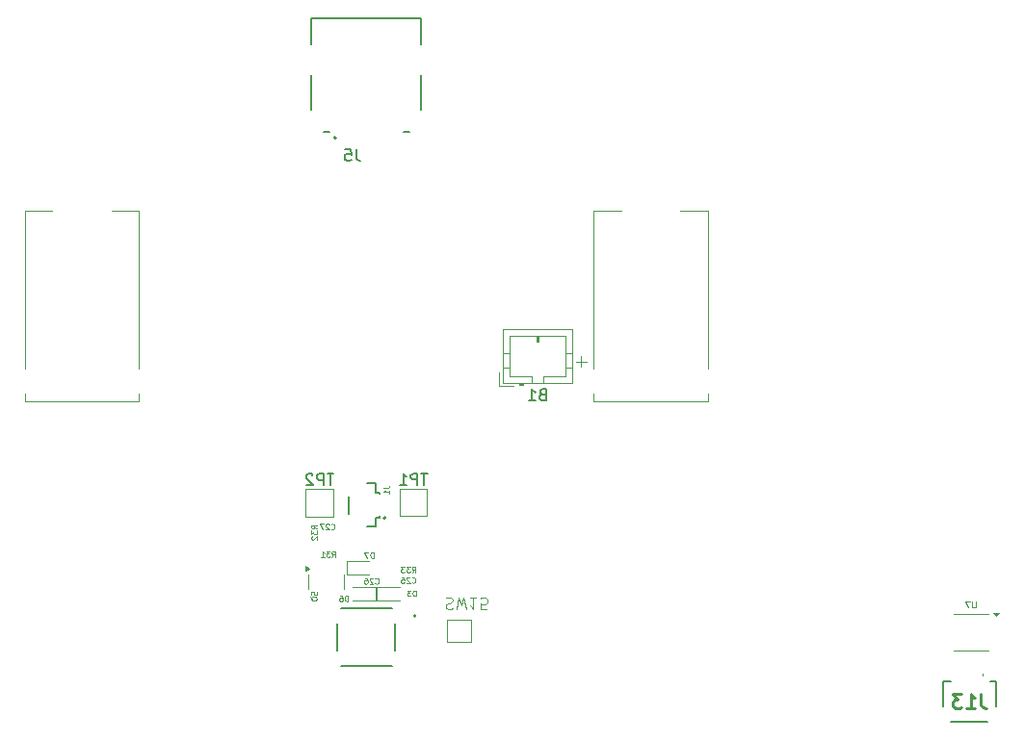
<source format=gbr>
%TF.GenerationSoftware,KiCad,Pcbnew,8.0.2*%
%TF.CreationDate,2024-06-18T23:34:15-07:00*%
%TF.ProjectId,UGC_Main,5547435f-4d61-4696-9e2e-6b696361645f,rev?*%
%TF.SameCoordinates,Original*%
%TF.FileFunction,Legend,Bot*%
%TF.FilePolarity,Positive*%
%FSLAX46Y46*%
G04 Gerber Fmt 4.6, Leading zero omitted, Abs format (unit mm)*
G04 Created by KiCad (PCBNEW 8.0.2) date 2024-06-18 23:34:15*
%MOMM*%
%LPD*%
G01*
G04 APERTURE LIST*
%ADD10C,0.120000*%
%ADD11C,0.125000*%
%ADD12C,0.150000*%
%ADD13C,0.100000*%
%ADD14C,0.254000*%
%ADD15C,0.127000*%
%ADD16C,0.200000*%
G04 APERTURE END LIST*
D10*
X237850033Y-111226193D02*
X236897653Y-111226193D01*
X237373843Y-111702383D02*
X237373843Y-110750002D01*
D11*
X219264228Y-130719990D02*
X219288037Y-130743800D01*
X219288037Y-130743800D02*
X219359466Y-130767609D01*
X219359466Y-130767609D02*
X219407085Y-130767609D01*
X219407085Y-130767609D02*
X219478513Y-130743800D01*
X219478513Y-130743800D02*
X219526132Y-130696180D01*
X219526132Y-130696180D02*
X219549942Y-130648561D01*
X219549942Y-130648561D02*
X219573751Y-130553323D01*
X219573751Y-130553323D02*
X219573751Y-130481895D01*
X219573751Y-130481895D02*
X219549942Y-130386657D01*
X219549942Y-130386657D02*
X219526132Y-130339038D01*
X219526132Y-130339038D02*
X219478513Y-130291419D01*
X219478513Y-130291419D02*
X219407085Y-130267609D01*
X219407085Y-130267609D02*
X219359466Y-130267609D01*
X219359466Y-130267609D02*
X219288037Y-130291419D01*
X219288037Y-130291419D02*
X219264228Y-130315228D01*
X219073751Y-130315228D02*
X219049942Y-130291419D01*
X219049942Y-130291419D02*
X219002323Y-130267609D01*
X219002323Y-130267609D02*
X218883275Y-130267609D01*
X218883275Y-130267609D02*
X218835656Y-130291419D01*
X218835656Y-130291419D02*
X218811847Y-130315228D01*
X218811847Y-130315228D02*
X218788037Y-130362847D01*
X218788037Y-130362847D02*
X218788037Y-130410466D01*
X218788037Y-130410466D02*
X218811847Y-130481895D01*
X218811847Y-130481895D02*
X219097561Y-130767609D01*
X219097561Y-130767609D02*
X218788037Y-130767609D01*
X218359466Y-130267609D02*
X218454704Y-130267609D01*
X218454704Y-130267609D02*
X218502323Y-130291419D01*
X218502323Y-130291419D02*
X218526133Y-130315228D01*
X218526133Y-130315228D02*
X218573752Y-130386657D01*
X218573752Y-130386657D02*
X218597561Y-130481895D01*
X218597561Y-130481895D02*
X218597561Y-130672371D01*
X218597561Y-130672371D02*
X218573752Y-130719990D01*
X218573752Y-130719990D02*
X218549942Y-130743800D01*
X218549942Y-130743800D02*
X218502323Y-130767609D01*
X218502323Y-130767609D02*
X218407085Y-130767609D01*
X218407085Y-130767609D02*
X218359466Y-130743800D01*
X218359466Y-130743800D02*
X218335657Y-130719990D01*
X218335657Y-130719990D02*
X218311847Y-130672371D01*
X218311847Y-130672371D02*
X218311847Y-130553323D01*
X218311847Y-130553323D02*
X218335657Y-130505704D01*
X218335657Y-130505704D02*
X218359466Y-130481895D01*
X218359466Y-130481895D02*
X218407085Y-130458085D01*
X218407085Y-130458085D02*
X218502323Y-130458085D01*
X218502323Y-130458085D02*
X218549942Y-130481895D01*
X218549942Y-130481895D02*
X218573752Y-130505704D01*
X218573752Y-130505704D02*
X218597561Y-130553323D01*
X222495228Y-129764809D02*
X222661894Y-129526714D01*
X222780942Y-129764809D02*
X222780942Y-129264809D01*
X222780942Y-129264809D02*
X222590466Y-129264809D01*
X222590466Y-129264809D02*
X222542847Y-129288619D01*
X222542847Y-129288619D02*
X222519037Y-129312428D01*
X222519037Y-129312428D02*
X222495228Y-129360047D01*
X222495228Y-129360047D02*
X222495228Y-129431476D01*
X222495228Y-129431476D02*
X222519037Y-129479095D01*
X222519037Y-129479095D02*
X222542847Y-129502904D01*
X222542847Y-129502904D02*
X222590466Y-129526714D01*
X222590466Y-129526714D02*
X222780942Y-129526714D01*
X222328561Y-129264809D02*
X222019037Y-129264809D01*
X222019037Y-129264809D02*
X222185704Y-129455285D01*
X222185704Y-129455285D02*
X222114275Y-129455285D01*
X222114275Y-129455285D02*
X222066656Y-129479095D01*
X222066656Y-129479095D02*
X222042847Y-129502904D01*
X222042847Y-129502904D02*
X222019037Y-129550523D01*
X222019037Y-129550523D02*
X222019037Y-129669571D01*
X222019037Y-129669571D02*
X222042847Y-129717190D01*
X222042847Y-129717190D02*
X222066656Y-129741000D01*
X222066656Y-129741000D02*
X222114275Y-129764809D01*
X222114275Y-129764809D02*
X222257132Y-129764809D01*
X222257132Y-129764809D02*
X222304751Y-129741000D01*
X222304751Y-129741000D02*
X222328561Y-129717190D01*
X221852371Y-129264809D02*
X221542847Y-129264809D01*
X221542847Y-129264809D02*
X221709514Y-129455285D01*
X221709514Y-129455285D02*
X221638085Y-129455285D01*
X221638085Y-129455285D02*
X221590466Y-129479095D01*
X221590466Y-129479095D02*
X221566657Y-129502904D01*
X221566657Y-129502904D02*
X221542847Y-129550523D01*
X221542847Y-129550523D02*
X221542847Y-129669571D01*
X221542847Y-129669571D02*
X221566657Y-129717190D01*
X221566657Y-129717190D02*
X221590466Y-129741000D01*
X221590466Y-129741000D02*
X221638085Y-129764809D01*
X221638085Y-129764809D02*
X221780942Y-129764809D01*
X221780942Y-129764809D02*
X221828561Y-129741000D01*
X221828561Y-129741000D02*
X221852371Y-129717190D01*
X215398428Y-125955690D02*
X215422237Y-125979500D01*
X215422237Y-125979500D02*
X215493666Y-126003309D01*
X215493666Y-126003309D02*
X215541285Y-126003309D01*
X215541285Y-126003309D02*
X215612713Y-125979500D01*
X215612713Y-125979500D02*
X215660332Y-125931880D01*
X215660332Y-125931880D02*
X215684142Y-125884261D01*
X215684142Y-125884261D02*
X215707951Y-125789023D01*
X215707951Y-125789023D02*
X215707951Y-125717595D01*
X215707951Y-125717595D02*
X215684142Y-125622357D01*
X215684142Y-125622357D02*
X215660332Y-125574738D01*
X215660332Y-125574738D02*
X215612713Y-125527119D01*
X215612713Y-125527119D02*
X215541285Y-125503309D01*
X215541285Y-125503309D02*
X215493666Y-125503309D01*
X215493666Y-125503309D02*
X215422237Y-125527119D01*
X215422237Y-125527119D02*
X215398428Y-125550928D01*
X215207951Y-125550928D02*
X215184142Y-125527119D01*
X215184142Y-125527119D02*
X215136523Y-125503309D01*
X215136523Y-125503309D02*
X215017475Y-125503309D01*
X215017475Y-125503309D02*
X214969856Y-125527119D01*
X214969856Y-125527119D02*
X214946047Y-125550928D01*
X214946047Y-125550928D02*
X214922237Y-125598547D01*
X214922237Y-125598547D02*
X214922237Y-125646166D01*
X214922237Y-125646166D02*
X214946047Y-125717595D01*
X214946047Y-125717595D02*
X215231761Y-126003309D01*
X215231761Y-126003309D02*
X214922237Y-126003309D01*
X214755571Y-125503309D02*
X214422238Y-125503309D01*
X214422238Y-125503309D02*
X214636523Y-126003309D01*
D12*
X223867504Y-121078619D02*
X223296076Y-121078619D01*
X223581790Y-122078619D02*
X223581790Y-121078619D01*
X222962742Y-122078619D02*
X222962742Y-121078619D01*
X222962742Y-121078619D02*
X222581790Y-121078619D01*
X222581790Y-121078619D02*
X222486552Y-121126238D01*
X222486552Y-121126238D02*
X222438933Y-121173857D01*
X222438933Y-121173857D02*
X222391314Y-121269095D01*
X222391314Y-121269095D02*
X222391314Y-121411952D01*
X222391314Y-121411952D02*
X222438933Y-121507190D01*
X222438933Y-121507190D02*
X222486552Y-121554809D01*
X222486552Y-121554809D02*
X222581790Y-121602428D01*
X222581790Y-121602428D02*
X222962742Y-121602428D01*
X221438933Y-122078619D02*
X222010361Y-122078619D01*
X221724647Y-122078619D02*
X221724647Y-121078619D01*
X221724647Y-121078619D02*
X221819885Y-121221476D01*
X221819885Y-121221476D02*
X221915123Y-121316714D01*
X221915123Y-121316714D02*
X222010361Y-121364333D01*
D13*
X225480076Y-132035200D02*
X225622933Y-131987580D01*
X225622933Y-131987580D02*
X225861028Y-131987580D01*
X225861028Y-131987580D02*
X225956266Y-132035200D01*
X225956266Y-132035200D02*
X226003885Y-132082819D01*
X226003885Y-132082819D02*
X226051504Y-132178057D01*
X226051504Y-132178057D02*
X226051504Y-132273295D01*
X226051504Y-132273295D02*
X226003885Y-132368533D01*
X226003885Y-132368533D02*
X225956266Y-132416152D01*
X225956266Y-132416152D02*
X225861028Y-132463771D01*
X225861028Y-132463771D02*
X225670552Y-132511390D01*
X225670552Y-132511390D02*
X225575314Y-132559009D01*
X225575314Y-132559009D02*
X225527695Y-132606628D01*
X225527695Y-132606628D02*
X225480076Y-132701866D01*
X225480076Y-132701866D02*
X225480076Y-132797104D01*
X225480076Y-132797104D02*
X225527695Y-132892342D01*
X225527695Y-132892342D02*
X225575314Y-132939961D01*
X225575314Y-132939961D02*
X225670552Y-132987580D01*
X225670552Y-132987580D02*
X225908647Y-132987580D01*
X225908647Y-132987580D02*
X226051504Y-132939961D01*
X226384838Y-132987580D02*
X226622933Y-131987580D01*
X226622933Y-131987580D02*
X226813409Y-132701866D01*
X226813409Y-132701866D02*
X227003885Y-131987580D01*
X227003885Y-131987580D02*
X227241981Y-132987580D01*
X228146742Y-131987580D02*
X227575314Y-131987580D01*
X227861028Y-131987580D02*
X227861028Y-132987580D01*
X227861028Y-132987580D02*
X227765790Y-132844723D01*
X227765790Y-132844723D02*
X227670552Y-132749485D01*
X227670552Y-132749485D02*
X227575314Y-132701866D01*
X229051504Y-132987580D02*
X228575314Y-132987580D01*
X228575314Y-132987580D02*
X228527695Y-132511390D01*
X228527695Y-132511390D02*
X228575314Y-132559009D01*
X228575314Y-132559009D02*
X228670552Y-132606628D01*
X228670552Y-132606628D02*
X228908647Y-132606628D01*
X228908647Y-132606628D02*
X229003885Y-132559009D01*
X229003885Y-132559009D02*
X229051504Y-132511390D01*
X229051504Y-132511390D02*
X229099123Y-132416152D01*
X229099123Y-132416152D02*
X229099123Y-132178057D01*
X229099123Y-132178057D02*
X229051504Y-132082819D01*
X229051504Y-132082819D02*
X229003885Y-132035200D01*
X229003885Y-132035200D02*
X228908647Y-131987580D01*
X228908647Y-131987580D02*
X228670552Y-131987580D01*
X228670552Y-131987580D02*
X228575314Y-132035200D01*
X228575314Y-132035200D02*
X228527695Y-132082819D01*
D11*
X213570171Y-131899019D02*
X213593980Y-131946638D01*
X213593980Y-131946638D02*
X213641600Y-131994257D01*
X213641600Y-131994257D02*
X213713028Y-132065685D01*
X213713028Y-132065685D02*
X213736838Y-132113304D01*
X213736838Y-132113304D02*
X213736838Y-132160923D01*
X213617790Y-132137114D02*
X213641600Y-132184733D01*
X213641600Y-132184733D02*
X213689219Y-132232352D01*
X213689219Y-132232352D02*
X213784457Y-132256161D01*
X213784457Y-132256161D02*
X213951123Y-132256161D01*
X213951123Y-132256161D02*
X214046361Y-132232352D01*
X214046361Y-132232352D02*
X214093980Y-132184733D01*
X214093980Y-132184733D02*
X214117790Y-132137114D01*
X214117790Y-132137114D02*
X214117790Y-132041876D01*
X214117790Y-132041876D02*
X214093980Y-131994257D01*
X214093980Y-131994257D02*
X214046361Y-131946638D01*
X214046361Y-131946638D02*
X213951123Y-131922828D01*
X213951123Y-131922828D02*
X213784457Y-131922828D01*
X213784457Y-131922828D02*
X213689219Y-131946638D01*
X213689219Y-131946638D02*
X213641600Y-131994257D01*
X213641600Y-131994257D02*
X213617790Y-132041876D01*
X213617790Y-132041876D02*
X213617790Y-132137114D01*
X214117790Y-131470447D02*
X214117790Y-131708542D01*
X214117790Y-131708542D02*
X213879695Y-131732351D01*
X213879695Y-131732351D02*
X213903504Y-131708542D01*
X213903504Y-131708542D02*
X213927314Y-131660923D01*
X213927314Y-131660923D02*
X213927314Y-131541875D01*
X213927314Y-131541875D02*
X213903504Y-131494256D01*
X213903504Y-131494256D02*
X213879695Y-131470447D01*
X213879695Y-131470447D02*
X213832076Y-131446637D01*
X213832076Y-131446637D02*
X213713028Y-131446637D01*
X213713028Y-131446637D02*
X213665409Y-131470447D01*
X213665409Y-131470447D02*
X213641600Y-131494256D01*
X213641600Y-131494256D02*
X213617790Y-131541875D01*
X213617790Y-131541875D02*
X213617790Y-131660923D01*
X213617790Y-131660923D02*
X213641600Y-131708542D01*
X213641600Y-131708542D02*
X213665409Y-131732351D01*
X222842447Y-131859809D02*
X222842447Y-131359809D01*
X222842447Y-131359809D02*
X222723399Y-131359809D01*
X222723399Y-131359809D02*
X222651971Y-131383619D01*
X222651971Y-131383619D02*
X222604352Y-131431238D01*
X222604352Y-131431238D02*
X222580542Y-131478857D01*
X222580542Y-131478857D02*
X222556733Y-131574095D01*
X222556733Y-131574095D02*
X222556733Y-131645523D01*
X222556733Y-131645523D02*
X222580542Y-131740761D01*
X222580542Y-131740761D02*
X222604352Y-131788380D01*
X222604352Y-131788380D02*
X222651971Y-131836000D01*
X222651971Y-131836000D02*
X222723399Y-131859809D01*
X222723399Y-131859809D02*
X222842447Y-131859809D01*
X222390066Y-131359809D02*
X222080542Y-131359809D01*
X222080542Y-131359809D02*
X222247209Y-131550285D01*
X222247209Y-131550285D02*
X222175780Y-131550285D01*
X222175780Y-131550285D02*
X222128161Y-131574095D01*
X222128161Y-131574095D02*
X222104352Y-131597904D01*
X222104352Y-131597904D02*
X222080542Y-131645523D01*
X222080542Y-131645523D02*
X222080542Y-131764571D01*
X222080542Y-131764571D02*
X222104352Y-131812190D01*
X222104352Y-131812190D02*
X222128161Y-131836000D01*
X222128161Y-131836000D02*
X222175780Y-131859809D01*
X222175780Y-131859809D02*
X222318637Y-131859809D01*
X222318637Y-131859809D02*
X222366256Y-131836000D01*
X222366256Y-131836000D02*
X222390066Y-131812190D01*
D14*
X272518267Y-140460898D02*
X272518267Y-141368041D01*
X272518267Y-141368041D02*
X272578744Y-141549469D01*
X272578744Y-141549469D02*
X272699696Y-141670422D01*
X272699696Y-141670422D02*
X272881125Y-141730898D01*
X272881125Y-141730898D02*
X273002077Y-141730898D01*
X271248267Y-141730898D02*
X271973982Y-141730898D01*
X271611125Y-141730898D02*
X271611125Y-140460898D01*
X271611125Y-140460898D02*
X271732077Y-140642326D01*
X271732077Y-140642326D02*
X271853029Y-140763279D01*
X271853029Y-140763279D02*
X271973982Y-140823755D01*
X270824934Y-140460898D02*
X270038743Y-140460898D01*
X270038743Y-140460898D02*
X270462077Y-140944707D01*
X270462077Y-140944707D02*
X270280648Y-140944707D01*
X270280648Y-140944707D02*
X270159696Y-141005183D01*
X270159696Y-141005183D02*
X270099220Y-141065660D01*
X270099220Y-141065660D02*
X270038743Y-141186612D01*
X270038743Y-141186612D02*
X270038743Y-141488993D01*
X270038743Y-141488993D02*
X270099220Y-141609945D01*
X270099220Y-141609945D02*
X270159696Y-141670422D01*
X270159696Y-141670422D02*
X270280648Y-141730898D01*
X270280648Y-141730898D02*
X270643505Y-141730898D01*
X270643505Y-141730898D02*
X270764458Y-141670422D01*
X270764458Y-141670422D02*
X270824934Y-141609945D01*
D12*
X215612504Y-121104019D02*
X215041076Y-121104019D01*
X215326790Y-122104019D02*
X215326790Y-121104019D01*
X214707742Y-122104019D02*
X214707742Y-121104019D01*
X214707742Y-121104019D02*
X214326790Y-121104019D01*
X214326790Y-121104019D02*
X214231552Y-121151638D01*
X214231552Y-121151638D02*
X214183933Y-121199257D01*
X214183933Y-121199257D02*
X214136314Y-121294495D01*
X214136314Y-121294495D02*
X214136314Y-121437352D01*
X214136314Y-121437352D02*
X214183933Y-121532590D01*
X214183933Y-121532590D02*
X214231552Y-121580209D01*
X214231552Y-121580209D02*
X214326790Y-121627828D01*
X214326790Y-121627828D02*
X214707742Y-121627828D01*
X213755361Y-121199257D02*
X213707742Y-121151638D01*
X213707742Y-121151638D02*
X213612504Y-121104019D01*
X213612504Y-121104019D02*
X213374409Y-121104019D01*
X213374409Y-121104019D02*
X213279171Y-121151638D01*
X213279171Y-121151638D02*
X213231552Y-121199257D01*
X213231552Y-121199257D02*
X213183933Y-121294495D01*
X213183933Y-121294495D02*
X213183933Y-121389733D01*
X213183933Y-121389733D02*
X213231552Y-121532590D01*
X213231552Y-121532590D02*
X213802980Y-122104019D01*
X213802980Y-122104019D02*
X213183933Y-122104019D01*
D11*
X219113847Y-128494809D02*
X219113847Y-127994809D01*
X219113847Y-127994809D02*
X218994799Y-127994809D01*
X218994799Y-127994809D02*
X218923371Y-128018619D01*
X218923371Y-128018619D02*
X218875752Y-128066238D01*
X218875752Y-128066238D02*
X218851942Y-128113857D01*
X218851942Y-128113857D02*
X218828133Y-128209095D01*
X218828133Y-128209095D02*
X218828133Y-128280523D01*
X218828133Y-128280523D02*
X218851942Y-128375761D01*
X218851942Y-128375761D02*
X218875752Y-128423380D01*
X218875752Y-128423380D02*
X218923371Y-128471000D01*
X218923371Y-128471000D02*
X218994799Y-128494809D01*
X218994799Y-128494809D02*
X219113847Y-128494809D01*
X218661466Y-127994809D02*
X218328133Y-127994809D01*
X218328133Y-127994809D02*
X218542418Y-128494809D01*
X215449228Y-128416309D02*
X215615894Y-128178214D01*
X215734942Y-128416309D02*
X215734942Y-127916309D01*
X215734942Y-127916309D02*
X215544466Y-127916309D01*
X215544466Y-127916309D02*
X215496847Y-127940119D01*
X215496847Y-127940119D02*
X215473037Y-127963928D01*
X215473037Y-127963928D02*
X215449228Y-128011547D01*
X215449228Y-128011547D02*
X215449228Y-128082976D01*
X215449228Y-128082976D02*
X215473037Y-128130595D01*
X215473037Y-128130595D02*
X215496847Y-128154404D01*
X215496847Y-128154404D02*
X215544466Y-128178214D01*
X215544466Y-128178214D02*
X215734942Y-128178214D01*
X215282561Y-127916309D02*
X214973037Y-127916309D01*
X214973037Y-127916309D02*
X215139704Y-128106785D01*
X215139704Y-128106785D02*
X215068275Y-128106785D01*
X215068275Y-128106785D02*
X215020656Y-128130595D01*
X215020656Y-128130595D02*
X214996847Y-128154404D01*
X214996847Y-128154404D02*
X214973037Y-128202023D01*
X214973037Y-128202023D02*
X214973037Y-128321071D01*
X214973037Y-128321071D02*
X214996847Y-128368690D01*
X214996847Y-128368690D02*
X215020656Y-128392500D01*
X215020656Y-128392500D02*
X215068275Y-128416309D01*
X215068275Y-128416309D02*
X215211132Y-128416309D01*
X215211132Y-128416309D02*
X215258751Y-128392500D01*
X215258751Y-128392500D02*
X215282561Y-128368690D01*
X214496847Y-128416309D02*
X214782561Y-128416309D01*
X214639704Y-128416309D02*
X214639704Y-127916309D01*
X214639704Y-127916309D02*
X214687323Y-127987738D01*
X214687323Y-127987738D02*
X214734942Y-128035357D01*
X214734942Y-128035357D02*
X214782561Y-128059166D01*
X219993609Y-122362933D02*
X220350752Y-122362933D01*
X220350752Y-122362933D02*
X220422180Y-122339124D01*
X220422180Y-122339124D02*
X220469800Y-122291505D01*
X220469800Y-122291505D02*
X220493609Y-122220076D01*
X220493609Y-122220076D02*
X220493609Y-122172457D01*
X220493609Y-122862933D02*
X220493609Y-122577219D01*
X220493609Y-122720076D02*
X219993609Y-122720076D01*
X219993609Y-122720076D02*
X220065038Y-122672457D01*
X220065038Y-122672457D02*
X220112657Y-122624838D01*
X220112657Y-122624838D02*
X220136466Y-122577219D01*
X214158809Y-125939671D02*
X213920714Y-125773005D01*
X214158809Y-125653957D02*
X213658809Y-125653957D01*
X213658809Y-125653957D02*
X213658809Y-125844433D01*
X213658809Y-125844433D02*
X213682619Y-125892052D01*
X213682619Y-125892052D02*
X213706428Y-125915862D01*
X213706428Y-125915862D02*
X213754047Y-125939671D01*
X213754047Y-125939671D02*
X213825476Y-125939671D01*
X213825476Y-125939671D02*
X213873095Y-125915862D01*
X213873095Y-125915862D02*
X213896904Y-125892052D01*
X213896904Y-125892052D02*
X213920714Y-125844433D01*
X213920714Y-125844433D02*
X213920714Y-125653957D01*
X213658809Y-126106338D02*
X213658809Y-126415862D01*
X213658809Y-126415862D02*
X213849285Y-126249195D01*
X213849285Y-126249195D02*
X213849285Y-126320624D01*
X213849285Y-126320624D02*
X213873095Y-126368243D01*
X213873095Y-126368243D02*
X213896904Y-126392052D01*
X213896904Y-126392052D02*
X213944523Y-126415862D01*
X213944523Y-126415862D02*
X214063571Y-126415862D01*
X214063571Y-126415862D02*
X214111190Y-126392052D01*
X214111190Y-126392052D02*
X214135000Y-126368243D01*
X214135000Y-126368243D02*
X214158809Y-126320624D01*
X214158809Y-126320624D02*
X214158809Y-126177767D01*
X214158809Y-126177767D02*
X214135000Y-126130148D01*
X214135000Y-126130148D02*
X214111190Y-126106338D01*
X213706428Y-126606338D02*
X213682619Y-126630147D01*
X213682619Y-126630147D02*
X213658809Y-126677766D01*
X213658809Y-126677766D02*
X213658809Y-126796814D01*
X213658809Y-126796814D02*
X213682619Y-126844433D01*
X213682619Y-126844433D02*
X213706428Y-126868242D01*
X213706428Y-126868242D02*
X213754047Y-126892052D01*
X213754047Y-126892052D02*
X213801666Y-126892052D01*
X213801666Y-126892052D02*
X213873095Y-126868242D01*
X213873095Y-126868242D02*
X214158809Y-126582528D01*
X214158809Y-126582528D02*
X214158809Y-126892052D01*
X222495228Y-130656990D02*
X222519037Y-130680800D01*
X222519037Y-130680800D02*
X222590466Y-130704609D01*
X222590466Y-130704609D02*
X222638085Y-130704609D01*
X222638085Y-130704609D02*
X222709513Y-130680800D01*
X222709513Y-130680800D02*
X222757132Y-130633180D01*
X222757132Y-130633180D02*
X222780942Y-130585561D01*
X222780942Y-130585561D02*
X222804751Y-130490323D01*
X222804751Y-130490323D02*
X222804751Y-130418895D01*
X222804751Y-130418895D02*
X222780942Y-130323657D01*
X222780942Y-130323657D02*
X222757132Y-130276038D01*
X222757132Y-130276038D02*
X222709513Y-130228419D01*
X222709513Y-130228419D02*
X222638085Y-130204609D01*
X222638085Y-130204609D02*
X222590466Y-130204609D01*
X222590466Y-130204609D02*
X222519037Y-130228419D01*
X222519037Y-130228419D02*
X222495228Y-130252228D01*
X222304751Y-130252228D02*
X222280942Y-130228419D01*
X222280942Y-130228419D02*
X222233323Y-130204609D01*
X222233323Y-130204609D02*
X222114275Y-130204609D01*
X222114275Y-130204609D02*
X222066656Y-130228419D01*
X222066656Y-130228419D02*
X222042847Y-130252228D01*
X222042847Y-130252228D02*
X222019037Y-130299847D01*
X222019037Y-130299847D02*
X222019037Y-130347466D01*
X222019037Y-130347466D02*
X222042847Y-130418895D01*
X222042847Y-130418895D02*
X222328561Y-130704609D01*
X222328561Y-130704609D02*
X222019037Y-130704609D01*
X221566657Y-130204609D02*
X221804752Y-130204609D01*
X221804752Y-130204609D02*
X221828561Y-130442704D01*
X221828561Y-130442704D02*
X221804752Y-130418895D01*
X221804752Y-130418895D02*
X221757133Y-130395085D01*
X221757133Y-130395085D02*
X221638085Y-130395085D01*
X221638085Y-130395085D02*
X221590466Y-130418895D01*
X221590466Y-130418895D02*
X221566657Y-130442704D01*
X221566657Y-130442704D02*
X221542847Y-130490323D01*
X221542847Y-130490323D02*
X221542847Y-130609371D01*
X221542847Y-130609371D02*
X221566657Y-130656990D01*
X221566657Y-130656990D02*
X221590466Y-130680800D01*
X221590466Y-130680800D02*
X221638085Y-130704609D01*
X221638085Y-130704609D02*
X221757133Y-130704609D01*
X221757133Y-130704609D02*
X221804752Y-130680800D01*
X221804752Y-130680800D02*
X221828561Y-130656990D01*
D12*
X233952357Y-114116480D02*
X233809500Y-114164099D01*
X233809500Y-114164099D02*
X233761881Y-114211718D01*
X233761881Y-114211718D02*
X233714262Y-114306956D01*
X233714262Y-114306956D02*
X233714262Y-114449813D01*
X233714262Y-114449813D02*
X233761881Y-114545051D01*
X233761881Y-114545051D02*
X233809500Y-114592671D01*
X233809500Y-114592671D02*
X233904738Y-114640290D01*
X233904738Y-114640290D02*
X234285690Y-114640290D01*
X234285690Y-114640290D02*
X234285690Y-113640290D01*
X234285690Y-113640290D02*
X233952357Y-113640290D01*
X233952357Y-113640290D02*
X233857119Y-113687909D01*
X233857119Y-113687909D02*
X233809500Y-113735528D01*
X233809500Y-113735528D02*
X233761881Y-113830766D01*
X233761881Y-113830766D02*
X233761881Y-113926004D01*
X233761881Y-113926004D02*
X233809500Y-114021242D01*
X233809500Y-114021242D02*
X233857119Y-114068861D01*
X233857119Y-114068861D02*
X233952357Y-114116480D01*
X233952357Y-114116480D02*
X234285690Y-114116480D01*
X232761881Y-114640290D02*
X233333309Y-114640290D01*
X233047595Y-114640290D02*
X233047595Y-113640290D01*
X233047595Y-113640290D02*
X233142833Y-113783147D01*
X233142833Y-113783147D02*
X233238071Y-113878385D01*
X233238071Y-113878385D02*
X233333309Y-113926004D01*
D11*
X216878647Y-132304809D02*
X216878647Y-131804809D01*
X216878647Y-131804809D02*
X216759599Y-131804809D01*
X216759599Y-131804809D02*
X216688171Y-131828619D01*
X216688171Y-131828619D02*
X216640552Y-131876238D01*
X216640552Y-131876238D02*
X216616742Y-131923857D01*
X216616742Y-131923857D02*
X216592933Y-132019095D01*
X216592933Y-132019095D02*
X216592933Y-132090523D01*
X216592933Y-132090523D02*
X216616742Y-132185761D01*
X216616742Y-132185761D02*
X216640552Y-132233380D01*
X216640552Y-132233380D02*
X216688171Y-132281000D01*
X216688171Y-132281000D02*
X216759599Y-132304809D01*
X216759599Y-132304809D02*
X216878647Y-132304809D01*
X216164361Y-131804809D02*
X216259599Y-131804809D01*
X216259599Y-131804809D02*
X216307218Y-131828619D01*
X216307218Y-131828619D02*
X216331028Y-131852428D01*
X216331028Y-131852428D02*
X216378647Y-131923857D01*
X216378647Y-131923857D02*
X216402456Y-132019095D01*
X216402456Y-132019095D02*
X216402456Y-132209571D01*
X216402456Y-132209571D02*
X216378647Y-132257190D01*
X216378647Y-132257190D02*
X216354837Y-132281000D01*
X216354837Y-132281000D02*
X216307218Y-132304809D01*
X216307218Y-132304809D02*
X216211980Y-132304809D01*
X216211980Y-132304809D02*
X216164361Y-132281000D01*
X216164361Y-132281000D02*
X216140552Y-132257190D01*
X216140552Y-132257190D02*
X216116742Y-132209571D01*
X216116742Y-132209571D02*
X216116742Y-132090523D01*
X216116742Y-132090523D02*
X216140552Y-132042904D01*
X216140552Y-132042904D02*
X216164361Y-132019095D01*
X216164361Y-132019095D02*
X216211980Y-131995285D01*
X216211980Y-131995285D02*
X216307218Y-131995285D01*
X216307218Y-131995285D02*
X216354837Y-132019095D01*
X216354837Y-132019095D02*
X216378647Y-132042904D01*
X216378647Y-132042904D02*
X216402456Y-132090523D01*
D12*
X217590563Y-92552798D02*
X217590563Y-93268467D01*
X217590563Y-93268467D02*
X217638275Y-93411601D01*
X217638275Y-93411601D02*
X217733697Y-93507024D01*
X217733697Y-93507024D02*
X217876831Y-93554735D01*
X217876831Y-93554735D02*
X217972254Y-93554735D01*
X216636337Y-92552798D02*
X217113450Y-92552798D01*
X217113450Y-92552798D02*
X217161161Y-93029911D01*
X217161161Y-93029911D02*
X217113450Y-92982199D01*
X217113450Y-92982199D02*
X217018028Y-92934488D01*
X217018028Y-92934488D02*
X216779471Y-92934488D01*
X216779471Y-92934488D02*
X216684049Y-92982199D01*
X216684049Y-92982199D02*
X216636337Y-93029911D01*
X216636337Y-93029911D02*
X216588626Y-93125333D01*
X216588626Y-93125333D02*
X216588626Y-93363890D01*
X216588626Y-93363890D02*
X216636337Y-93459312D01*
X216636337Y-93459312D02*
X216684049Y-93507024D01*
X216684049Y-93507024D02*
X216779471Y-93554735D01*
X216779471Y-93554735D02*
X217018028Y-93554735D01*
X217018028Y-93554735D02*
X217113450Y-93507024D01*
X217113450Y-93507024D02*
X217161161Y-93459312D01*
D10*
X272046647Y-132325400D02*
X272046647Y-132770638D01*
X272046647Y-132770638D02*
X272020457Y-132823019D01*
X272020457Y-132823019D02*
X271994266Y-132849210D01*
X271994266Y-132849210D02*
X271941885Y-132875400D01*
X271941885Y-132875400D02*
X271837123Y-132875400D01*
X271837123Y-132875400D02*
X271784742Y-132849210D01*
X271784742Y-132849210D02*
X271758552Y-132823019D01*
X271758552Y-132823019D02*
X271732361Y-132770638D01*
X271732361Y-132770638D02*
X271732361Y-132325400D01*
X271522838Y-132325400D02*
X271156171Y-132325400D01*
X271156171Y-132325400D02*
X271391886Y-132875400D01*
D15*
%TO.C,SW14*%
X215933657Y-134304400D02*
X215933657Y-136664400D01*
X220733657Y-132934400D02*
X216233657Y-132934400D01*
X220733657Y-138034400D02*
X216233657Y-138034400D01*
X221033657Y-136664400D02*
X221033657Y-134304400D01*
D16*
X222833657Y-133609400D02*
G75*
G02*
X222633657Y-133609400I-100000J0D01*
G01*
X222633657Y-133609400D02*
G75*
G02*
X222833657Y-133609400I100000J0D01*
G01*
D10*
%TO.C,TP1*%
X221405600Y-122421800D02*
X223805600Y-122421800D01*
X221405600Y-124821800D02*
X221405600Y-122421800D01*
X223805600Y-122421800D02*
X223805600Y-124821800D01*
X223805600Y-124821800D02*
X221405600Y-124821800D01*
%TO.C,SW15*%
D13*
X227676000Y-133971400D02*
X225574400Y-133971400D01*
X225574400Y-135869800D01*
X227676000Y-135869800D01*
X227676000Y-133971400D01*
D10*
%TO.C,Q5*%
X213390000Y-129929100D02*
X213390000Y-130579100D01*
X213390000Y-131229100D02*
X213390000Y-130579100D01*
X216510000Y-129929100D02*
X216510000Y-130579100D01*
X216510000Y-131229100D02*
X216510000Y-130579100D01*
X213440000Y-129416600D02*
X213110000Y-129656600D01*
X213110000Y-129176600D01*
X213440000Y-129416600D01*
G36*
X213440000Y-129416600D02*
G01*
X213110000Y-129656600D01*
X213110000Y-129176600D01*
X213440000Y-129416600D01*
G37*
%TO.C,D3*%
X219435400Y-131035000D02*
X219435400Y-132235000D01*
X219435400Y-131035000D02*
X221395400Y-131035000D01*
X219435400Y-132235000D02*
X221395400Y-132235000D01*
D16*
%TO.C,J13*%
X269140173Y-139356580D02*
X269890173Y-139356580D01*
X269140173Y-141556580D02*
X269140173Y-139356580D01*
X269890173Y-142956580D02*
X273090173Y-142956580D01*
D13*
X272690173Y-138756580D02*
X272690173Y-138756580D01*
X272690173Y-138856580D02*
X272690173Y-138856580D01*
D16*
X273840173Y-139356580D02*
X273290173Y-139356580D01*
X273840173Y-141556580D02*
X273840173Y-139356580D01*
D13*
X272690173Y-138756580D02*
G75*
G02*
X272690173Y-138856580I0J-50000D01*
G01*
X272690173Y-138856580D02*
G75*
G02*
X272690173Y-138756580I0J50000D01*
G01*
%TO.C,RV2*%
X238483657Y-97934400D02*
X240893657Y-97934400D01*
X238483657Y-111874400D02*
X238483657Y-97934400D01*
X238483657Y-114054400D02*
X238483657Y-114684400D01*
X238483657Y-114684400D02*
X248483657Y-114684400D01*
X246073657Y-97934400D02*
X248483657Y-97934400D01*
X248483657Y-111874400D02*
X248483657Y-97934400D01*
X248483657Y-114059400D02*
X248483657Y-114684400D01*
D10*
%TO.C,TP2*%
X213150600Y-122447200D02*
X215550600Y-122447200D01*
X213150600Y-124847200D02*
X213150600Y-122447200D01*
X215550600Y-122447200D02*
X215550600Y-124847200D01*
X215550600Y-124847200D02*
X213150600Y-124847200D01*
%TO.C,D7*%
X216763400Y-128734500D02*
X216763400Y-129934500D01*
X216763400Y-128734500D02*
X218723400Y-128734500D01*
X216763400Y-129934500D02*
X218723400Y-129934500D01*
D15*
%TO.C,J1*%
X216912600Y-123064400D02*
X216912600Y-124636400D01*
X218575600Y-121950400D02*
X219312600Y-121950400D01*
X218575600Y-125750400D02*
X219312600Y-125750400D01*
X219312600Y-121950400D02*
X219312600Y-122750400D01*
X219312600Y-122750400D02*
X219612600Y-122750400D01*
X219312600Y-124950400D02*
X219312600Y-125750400D01*
X219612600Y-122887400D02*
X219612600Y-122750400D01*
X219612600Y-124813400D02*
X219612600Y-124950400D01*
X219612600Y-124950400D02*
X219312600Y-124950400D01*
D16*
X220187600Y-124975400D02*
G75*
G02*
X219987600Y-124975400I-100000J0D01*
G01*
X219987600Y-124975400D02*
G75*
G02*
X220187600Y-124975400I100000J0D01*
G01*
D10*
%TO.C,B1*%
X230187596Y-112145471D02*
X230187596Y-113395471D01*
X230187596Y-113395471D02*
X231437596Y-113395471D01*
X230487596Y-108375471D02*
X230487596Y-113095471D01*
X230487596Y-113095471D02*
X236607596Y-113095471D01*
X231097596Y-108985471D02*
X231097596Y-112485471D01*
X231097596Y-110485471D02*
X230487596Y-110485471D01*
X231097596Y-111785471D02*
X230487596Y-111785471D01*
X231097596Y-112485471D02*
X233047596Y-112485471D01*
X231947596Y-113095471D02*
X231947596Y-113295471D01*
X231947596Y-113195471D02*
X232247596Y-113195471D01*
X231947596Y-113295471D02*
X232247596Y-113295471D01*
X232247596Y-113295471D02*
X232247596Y-113095471D01*
X233047596Y-112485471D02*
X233047596Y-113095471D01*
X233447596Y-109485471D02*
X233447596Y-108985471D01*
X233547596Y-109485471D02*
X233547596Y-108985471D01*
X233647596Y-108985471D02*
X233647596Y-109485471D01*
X233647596Y-109485471D02*
X233447596Y-109485471D01*
X234047596Y-112485471D02*
X235997596Y-112485471D01*
X234047596Y-113095471D02*
X234047596Y-112485471D01*
X235997596Y-108985471D02*
X231097596Y-108985471D01*
X235997596Y-110485471D02*
X236607596Y-110485471D01*
X235997596Y-111785471D02*
X236607596Y-111785471D01*
X235997596Y-112485471D02*
X235997596Y-108985471D01*
X236607596Y-108375471D02*
X230487596Y-108375471D01*
X236607596Y-113095471D02*
X236607596Y-108375471D01*
%TO.C,D6*%
X219273200Y-131048200D02*
X217313200Y-131048200D01*
X219273200Y-132248200D02*
X217313200Y-132248200D01*
X219273200Y-132248200D02*
X219273200Y-131048200D01*
D15*
%TO.C,J5*%
X213658635Y-81054400D02*
X223308635Y-81054400D01*
X213658635Y-83304400D02*
X213658635Y-81054400D01*
X213658635Y-89054400D02*
X213658635Y-86054400D01*
X215233635Y-91054400D02*
X214733635Y-91054400D01*
X222233635Y-91054400D02*
X221733635Y-91054400D01*
X223308635Y-81054400D02*
X223308635Y-83304400D01*
X223308635Y-86054400D02*
X223308635Y-89054400D01*
D16*
X215833635Y-91554400D02*
G75*
G02*
X215633635Y-91554400I-100000J0D01*
G01*
X215633635Y-91554400D02*
G75*
G02*
X215833635Y-91554400I100000J0D01*
G01*
D10*
%TO.C,U7*%
X270127600Y-133467200D02*
X271627600Y-133467200D01*
X270127600Y-136687200D02*
X271627600Y-136687200D01*
X273127600Y-133467200D02*
X271627600Y-133467200D01*
X273127600Y-136687200D02*
X271627600Y-136687200D01*
X273840100Y-133642200D02*
X273600100Y-133312200D01*
X274080100Y-133312200D01*
X273840100Y-133642200D01*
G36*
X273840100Y-133642200D02*
G01*
X273600100Y-133312200D01*
X274080100Y-133312200D01*
X273840100Y-133642200D01*
G37*
D13*
%TO.C,RV1*%
X188483657Y-97934400D02*
X190893657Y-97934400D01*
X188483657Y-111874400D02*
X188483657Y-97934400D01*
X188483657Y-114054400D02*
X188483657Y-114684400D01*
X188483657Y-114684400D02*
X198483657Y-114684400D01*
X196073657Y-97934400D02*
X198483657Y-97934400D01*
X198483657Y-111874400D02*
X198483657Y-97934400D01*
X198483657Y-114059400D02*
X198483657Y-114684400D01*
%TD*%
M02*

</source>
